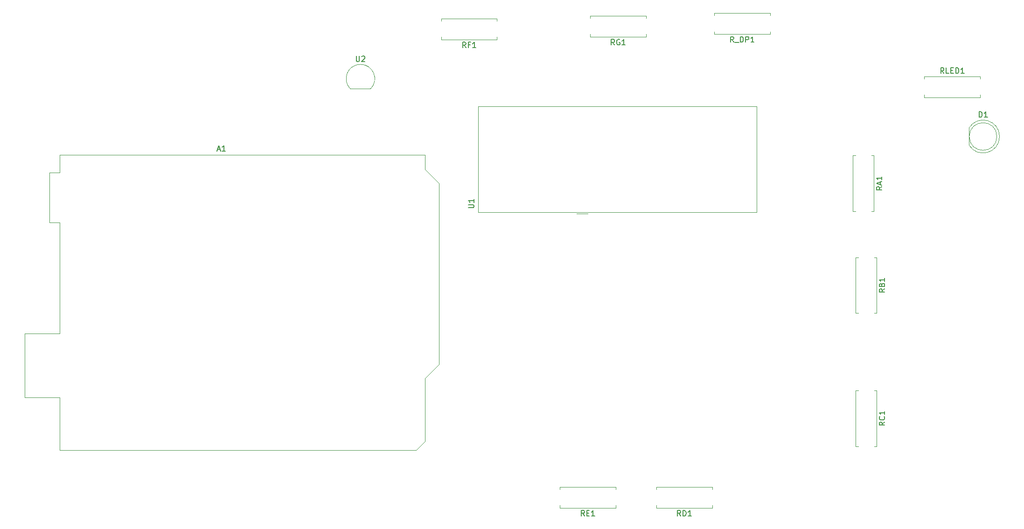
<source format=gbr>
%TF.GenerationSoftware,KiCad,Pcbnew,9.0.4*%
%TF.CreationDate,2025-12-30T13:48:10+01:00*%
%TF.ProjectId,Capteur_temperature,43617074-6575-4725-9f74-656d70657261,rev?*%
%TF.SameCoordinates,Original*%
%TF.FileFunction,Legend,Top*%
%TF.FilePolarity,Positive*%
%FSLAX46Y46*%
G04 Gerber Fmt 4.6, Leading zero omitted, Abs format (unit mm)*
G04 Created by KiCad (PCBNEW 9.0.4) date 2025-12-30 13:48:10*
%MOMM*%
%LPD*%
G01*
G04 APERTURE LIST*
%ADD10C,0.150000*%
%ADD11C,0.120000*%
G04 APERTURE END LIST*
D10*
X140880952Y-132874819D02*
X140547619Y-132398628D01*
X140309524Y-132874819D02*
X140309524Y-131874819D01*
X140309524Y-131874819D02*
X140690476Y-131874819D01*
X140690476Y-131874819D02*
X140785714Y-131922438D01*
X140785714Y-131922438D02*
X140833333Y-131970057D01*
X140833333Y-131970057D02*
X140880952Y-132065295D01*
X140880952Y-132065295D02*
X140880952Y-132208152D01*
X140880952Y-132208152D02*
X140833333Y-132303390D01*
X140833333Y-132303390D02*
X140785714Y-132351009D01*
X140785714Y-132351009D02*
X140690476Y-132398628D01*
X140690476Y-132398628D02*
X140309524Y-132398628D01*
X141309524Y-132351009D02*
X141642857Y-132351009D01*
X141785714Y-132874819D02*
X141309524Y-132874819D01*
X141309524Y-132874819D02*
X141309524Y-131874819D01*
X141309524Y-131874819D02*
X141785714Y-131874819D01*
X142738095Y-132874819D02*
X142166667Y-132874819D01*
X142452381Y-132874819D02*
X142452381Y-131874819D01*
X142452381Y-131874819D02*
X142357143Y-132017676D01*
X142357143Y-132017676D02*
X142261905Y-132112914D01*
X142261905Y-132112914D02*
X142166667Y-132160533D01*
X195374819Y-115816666D02*
X194898628Y-116149999D01*
X195374819Y-116388094D02*
X194374819Y-116388094D01*
X194374819Y-116388094D02*
X194374819Y-116007142D01*
X194374819Y-116007142D02*
X194422438Y-115911904D01*
X194422438Y-115911904D02*
X194470057Y-115864285D01*
X194470057Y-115864285D02*
X194565295Y-115816666D01*
X194565295Y-115816666D02*
X194708152Y-115816666D01*
X194708152Y-115816666D02*
X194803390Y-115864285D01*
X194803390Y-115864285D02*
X194851009Y-115911904D01*
X194851009Y-115911904D02*
X194898628Y-116007142D01*
X194898628Y-116007142D02*
X194898628Y-116388094D01*
X195279580Y-114816666D02*
X195327200Y-114864285D01*
X195327200Y-114864285D02*
X195374819Y-115007142D01*
X195374819Y-115007142D02*
X195374819Y-115102380D01*
X195374819Y-115102380D02*
X195327200Y-115245237D01*
X195327200Y-115245237D02*
X195231961Y-115340475D01*
X195231961Y-115340475D02*
X195136723Y-115388094D01*
X195136723Y-115388094D02*
X194946247Y-115435713D01*
X194946247Y-115435713D02*
X194803390Y-115435713D01*
X194803390Y-115435713D02*
X194612914Y-115388094D01*
X194612914Y-115388094D02*
X194517676Y-115340475D01*
X194517676Y-115340475D02*
X194422438Y-115245237D01*
X194422438Y-115245237D02*
X194374819Y-115102380D01*
X194374819Y-115102380D02*
X194374819Y-115007142D01*
X194374819Y-115007142D02*
X194422438Y-114864285D01*
X194422438Y-114864285D02*
X194470057Y-114816666D01*
X195374819Y-113864285D02*
X195374819Y-114435713D01*
X195374819Y-114149999D02*
X194374819Y-114149999D01*
X194374819Y-114149999D02*
X194517676Y-114245237D01*
X194517676Y-114245237D02*
X194612914Y-114340475D01*
X194612914Y-114340475D02*
X194660533Y-114435713D01*
X99468095Y-49394819D02*
X99468095Y-50204342D01*
X99468095Y-50204342D02*
X99515714Y-50299580D01*
X99515714Y-50299580D02*
X99563333Y-50347200D01*
X99563333Y-50347200D02*
X99658571Y-50394819D01*
X99658571Y-50394819D02*
X99849047Y-50394819D01*
X99849047Y-50394819D02*
X99944285Y-50347200D01*
X99944285Y-50347200D02*
X99991904Y-50299580D01*
X99991904Y-50299580D02*
X100039523Y-50204342D01*
X100039523Y-50204342D02*
X100039523Y-49394819D01*
X100468095Y-49490057D02*
X100515714Y-49442438D01*
X100515714Y-49442438D02*
X100610952Y-49394819D01*
X100610952Y-49394819D02*
X100849047Y-49394819D01*
X100849047Y-49394819D02*
X100944285Y-49442438D01*
X100944285Y-49442438D02*
X100991904Y-49490057D01*
X100991904Y-49490057D02*
X101039523Y-49585295D01*
X101039523Y-49585295D02*
X101039523Y-49680533D01*
X101039523Y-49680533D02*
X100991904Y-49823390D01*
X100991904Y-49823390D02*
X100420476Y-50394819D01*
X100420476Y-50394819D02*
X101039523Y-50394819D01*
X206126190Y-52534819D02*
X205792857Y-52058628D01*
X205554762Y-52534819D02*
X205554762Y-51534819D01*
X205554762Y-51534819D02*
X205935714Y-51534819D01*
X205935714Y-51534819D02*
X206030952Y-51582438D01*
X206030952Y-51582438D02*
X206078571Y-51630057D01*
X206078571Y-51630057D02*
X206126190Y-51725295D01*
X206126190Y-51725295D02*
X206126190Y-51868152D01*
X206126190Y-51868152D02*
X206078571Y-51963390D01*
X206078571Y-51963390D02*
X206030952Y-52011009D01*
X206030952Y-52011009D02*
X205935714Y-52058628D01*
X205935714Y-52058628D02*
X205554762Y-52058628D01*
X207030952Y-52534819D02*
X206554762Y-52534819D01*
X206554762Y-52534819D02*
X206554762Y-51534819D01*
X207364286Y-52011009D02*
X207697619Y-52011009D01*
X207840476Y-52534819D02*
X207364286Y-52534819D01*
X207364286Y-52534819D02*
X207364286Y-51534819D01*
X207364286Y-51534819D02*
X207840476Y-51534819D01*
X208269048Y-52534819D02*
X208269048Y-51534819D01*
X208269048Y-51534819D02*
X208507143Y-51534819D01*
X208507143Y-51534819D02*
X208650000Y-51582438D01*
X208650000Y-51582438D02*
X208745238Y-51677676D01*
X208745238Y-51677676D02*
X208792857Y-51772914D01*
X208792857Y-51772914D02*
X208840476Y-51963390D01*
X208840476Y-51963390D02*
X208840476Y-52106247D01*
X208840476Y-52106247D02*
X208792857Y-52296723D01*
X208792857Y-52296723D02*
X208745238Y-52391961D01*
X208745238Y-52391961D02*
X208650000Y-52487200D01*
X208650000Y-52487200D02*
X208507143Y-52534819D01*
X208507143Y-52534819D02*
X208269048Y-52534819D01*
X209792857Y-52534819D02*
X209221429Y-52534819D01*
X209507143Y-52534819D02*
X209507143Y-51534819D01*
X209507143Y-51534819D02*
X209411905Y-51677676D01*
X209411905Y-51677676D02*
X209316667Y-51772914D01*
X209316667Y-51772914D02*
X209221429Y-51820533D01*
X212491905Y-60494819D02*
X212491905Y-59494819D01*
X212491905Y-59494819D02*
X212730000Y-59494819D01*
X212730000Y-59494819D02*
X212872857Y-59542438D01*
X212872857Y-59542438D02*
X212968095Y-59637676D01*
X212968095Y-59637676D02*
X213015714Y-59732914D01*
X213015714Y-59732914D02*
X213063333Y-59923390D01*
X213063333Y-59923390D02*
X213063333Y-60066247D01*
X213063333Y-60066247D02*
X213015714Y-60256723D01*
X213015714Y-60256723D02*
X212968095Y-60351961D01*
X212968095Y-60351961D02*
X212872857Y-60447200D01*
X212872857Y-60447200D02*
X212730000Y-60494819D01*
X212730000Y-60494819D02*
X212491905Y-60494819D01*
X214015714Y-60494819D02*
X213444286Y-60494819D01*
X213730000Y-60494819D02*
X213730000Y-59494819D01*
X213730000Y-59494819D02*
X213634762Y-59637676D01*
X213634762Y-59637676D02*
X213539524Y-59732914D01*
X213539524Y-59732914D02*
X213444286Y-59780533D01*
X119354761Y-47874819D02*
X119021428Y-47398628D01*
X118783333Y-47874819D02*
X118783333Y-46874819D01*
X118783333Y-46874819D02*
X119164285Y-46874819D01*
X119164285Y-46874819D02*
X119259523Y-46922438D01*
X119259523Y-46922438D02*
X119307142Y-46970057D01*
X119307142Y-46970057D02*
X119354761Y-47065295D01*
X119354761Y-47065295D02*
X119354761Y-47208152D01*
X119354761Y-47208152D02*
X119307142Y-47303390D01*
X119307142Y-47303390D02*
X119259523Y-47351009D01*
X119259523Y-47351009D02*
X119164285Y-47398628D01*
X119164285Y-47398628D02*
X118783333Y-47398628D01*
X120116666Y-47351009D02*
X119783333Y-47351009D01*
X119783333Y-47874819D02*
X119783333Y-46874819D01*
X119783333Y-46874819D02*
X120259523Y-46874819D01*
X121164285Y-47874819D02*
X120592857Y-47874819D01*
X120878571Y-47874819D02*
X120878571Y-46874819D01*
X120878571Y-46874819D02*
X120783333Y-47017676D01*
X120783333Y-47017676D02*
X120688095Y-47112914D01*
X120688095Y-47112914D02*
X120592857Y-47160533D01*
X146333333Y-47374819D02*
X146000000Y-46898628D01*
X145761905Y-47374819D02*
X145761905Y-46374819D01*
X145761905Y-46374819D02*
X146142857Y-46374819D01*
X146142857Y-46374819D02*
X146238095Y-46422438D01*
X146238095Y-46422438D02*
X146285714Y-46470057D01*
X146285714Y-46470057D02*
X146333333Y-46565295D01*
X146333333Y-46565295D02*
X146333333Y-46708152D01*
X146333333Y-46708152D02*
X146285714Y-46803390D01*
X146285714Y-46803390D02*
X146238095Y-46851009D01*
X146238095Y-46851009D02*
X146142857Y-46898628D01*
X146142857Y-46898628D02*
X145761905Y-46898628D01*
X147285714Y-46422438D02*
X147190476Y-46374819D01*
X147190476Y-46374819D02*
X147047619Y-46374819D01*
X147047619Y-46374819D02*
X146904762Y-46422438D01*
X146904762Y-46422438D02*
X146809524Y-46517676D01*
X146809524Y-46517676D02*
X146761905Y-46612914D01*
X146761905Y-46612914D02*
X146714286Y-46803390D01*
X146714286Y-46803390D02*
X146714286Y-46946247D01*
X146714286Y-46946247D02*
X146761905Y-47136723D01*
X146761905Y-47136723D02*
X146809524Y-47231961D01*
X146809524Y-47231961D02*
X146904762Y-47327200D01*
X146904762Y-47327200D02*
X147047619Y-47374819D01*
X147047619Y-47374819D02*
X147142857Y-47374819D01*
X147142857Y-47374819D02*
X147285714Y-47327200D01*
X147285714Y-47327200D02*
X147333333Y-47279580D01*
X147333333Y-47279580D02*
X147333333Y-46946247D01*
X147333333Y-46946247D02*
X147142857Y-46946247D01*
X148285714Y-47374819D02*
X147714286Y-47374819D01*
X148000000Y-47374819D02*
X148000000Y-46374819D01*
X148000000Y-46374819D02*
X147904762Y-46517676D01*
X147904762Y-46517676D02*
X147809524Y-46612914D01*
X147809524Y-46612914D02*
X147714286Y-46660533D01*
X74275714Y-66359104D02*
X74751904Y-66359104D01*
X74180476Y-66644819D02*
X74513809Y-65644819D01*
X74513809Y-65644819D02*
X74847142Y-66644819D01*
X75704285Y-66644819D02*
X75132857Y-66644819D01*
X75418571Y-66644819D02*
X75418571Y-65644819D01*
X75418571Y-65644819D02*
X75323333Y-65787676D01*
X75323333Y-65787676D02*
X75228095Y-65882914D01*
X75228095Y-65882914D02*
X75132857Y-65930533D01*
X119804819Y-76941904D02*
X120614342Y-76941904D01*
X120614342Y-76941904D02*
X120709580Y-76894285D01*
X120709580Y-76894285D02*
X120757200Y-76846666D01*
X120757200Y-76846666D02*
X120804819Y-76751428D01*
X120804819Y-76751428D02*
X120804819Y-76560952D01*
X120804819Y-76560952D02*
X120757200Y-76465714D01*
X120757200Y-76465714D02*
X120709580Y-76418095D01*
X120709580Y-76418095D02*
X120614342Y-76370476D01*
X120614342Y-76370476D02*
X119804819Y-76370476D01*
X120804819Y-75370476D02*
X120804819Y-75941904D01*
X120804819Y-75656190D02*
X119804819Y-75656190D01*
X119804819Y-75656190D02*
X119947676Y-75751428D01*
X119947676Y-75751428D02*
X120042914Y-75846666D01*
X120042914Y-75846666D02*
X120090533Y-75941904D01*
X158333333Y-132874819D02*
X158000000Y-132398628D01*
X157761905Y-132874819D02*
X157761905Y-131874819D01*
X157761905Y-131874819D02*
X158142857Y-131874819D01*
X158142857Y-131874819D02*
X158238095Y-131922438D01*
X158238095Y-131922438D02*
X158285714Y-131970057D01*
X158285714Y-131970057D02*
X158333333Y-132065295D01*
X158333333Y-132065295D02*
X158333333Y-132208152D01*
X158333333Y-132208152D02*
X158285714Y-132303390D01*
X158285714Y-132303390D02*
X158238095Y-132351009D01*
X158238095Y-132351009D02*
X158142857Y-132398628D01*
X158142857Y-132398628D02*
X157761905Y-132398628D01*
X158761905Y-132874819D02*
X158761905Y-131874819D01*
X158761905Y-131874819D02*
X159000000Y-131874819D01*
X159000000Y-131874819D02*
X159142857Y-131922438D01*
X159142857Y-131922438D02*
X159238095Y-132017676D01*
X159238095Y-132017676D02*
X159285714Y-132112914D01*
X159285714Y-132112914D02*
X159333333Y-132303390D01*
X159333333Y-132303390D02*
X159333333Y-132446247D01*
X159333333Y-132446247D02*
X159285714Y-132636723D01*
X159285714Y-132636723D02*
X159238095Y-132731961D01*
X159238095Y-132731961D02*
X159142857Y-132827200D01*
X159142857Y-132827200D02*
X159000000Y-132874819D01*
X159000000Y-132874819D02*
X158761905Y-132874819D01*
X160285714Y-132874819D02*
X159714286Y-132874819D01*
X160000000Y-132874819D02*
X160000000Y-131874819D01*
X160000000Y-131874819D02*
X159904762Y-132017676D01*
X159904762Y-132017676D02*
X159809524Y-132112914D01*
X159809524Y-132112914D02*
X159714286Y-132160533D01*
X195374819Y-91666666D02*
X194898628Y-91999999D01*
X195374819Y-92238094D02*
X194374819Y-92238094D01*
X194374819Y-92238094D02*
X194374819Y-91857142D01*
X194374819Y-91857142D02*
X194422438Y-91761904D01*
X194422438Y-91761904D02*
X194470057Y-91714285D01*
X194470057Y-91714285D02*
X194565295Y-91666666D01*
X194565295Y-91666666D02*
X194708152Y-91666666D01*
X194708152Y-91666666D02*
X194803390Y-91714285D01*
X194803390Y-91714285D02*
X194851009Y-91761904D01*
X194851009Y-91761904D02*
X194898628Y-91857142D01*
X194898628Y-91857142D02*
X194898628Y-92238094D01*
X194851009Y-90904761D02*
X194898628Y-90761904D01*
X194898628Y-90761904D02*
X194946247Y-90714285D01*
X194946247Y-90714285D02*
X195041485Y-90666666D01*
X195041485Y-90666666D02*
X195184342Y-90666666D01*
X195184342Y-90666666D02*
X195279580Y-90714285D01*
X195279580Y-90714285D02*
X195327200Y-90761904D01*
X195327200Y-90761904D02*
X195374819Y-90857142D01*
X195374819Y-90857142D02*
X195374819Y-91238094D01*
X195374819Y-91238094D02*
X194374819Y-91238094D01*
X194374819Y-91238094D02*
X194374819Y-90904761D01*
X194374819Y-90904761D02*
X194422438Y-90809523D01*
X194422438Y-90809523D02*
X194470057Y-90761904D01*
X194470057Y-90761904D02*
X194565295Y-90714285D01*
X194565295Y-90714285D02*
X194660533Y-90714285D01*
X194660533Y-90714285D02*
X194755771Y-90761904D01*
X194755771Y-90761904D02*
X194803390Y-90809523D01*
X194803390Y-90809523D02*
X194851009Y-90904761D01*
X194851009Y-90904761D02*
X194851009Y-91238094D01*
X195374819Y-89714285D02*
X195374819Y-90285713D01*
X195374819Y-89999999D02*
X194374819Y-89999999D01*
X194374819Y-89999999D02*
X194517676Y-90095237D01*
X194517676Y-90095237D02*
X194612914Y-90190475D01*
X194612914Y-90190475D02*
X194660533Y-90285713D01*
X194874819Y-73095238D02*
X194398628Y-73428571D01*
X194874819Y-73666666D02*
X193874819Y-73666666D01*
X193874819Y-73666666D02*
X193874819Y-73285714D01*
X193874819Y-73285714D02*
X193922438Y-73190476D01*
X193922438Y-73190476D02*
X193970057Y-73142857D01*
X193970057Y-73142857D02*
X194065295Y-73095238D01*
X194065295Y-73095238D02*
X194208152Y-73095238D01*
X194208152Y-73095238D02*
X194303390Y-73142857D01*
X194303390Y-73142857D02*
X194351009Y-73190476D01*
X194351009Y-73190476D02*
X194398628Y-73285714D01*
X194398628Y-73285714D02*
X194398628Y-73666666D01*
X194589104Y-72714285D02*
X194589104Y-72238095D01*
X194874819Y-72809523D02*
X193874819Y-72476190D01*
X193874819Y-72476190D02*
X194874819Y-72142857D01*
X194874819Y-71285714D02*
X194874819Y-71857142D01*
X194874819Y-71571428D02*
X193874819Y-71571428D01*
X193874819Y-71571428D02*
X194017676Y-71666666D01*
X194017676Y-71666666D02*
X194112914Y-71761904D01*
X194112914Y-71761904D02*
X194160533Y-71857142D01*
X167952380Y-46874819D02*
X167619047Y-46398628D01*
X167380952Y-46874819D02*
X167380952Y-45874819D01*
X167380952Y-45874819D02*
X167761904Y-45874819D01*
X167761904Y-45874819D02*
X167857142Y-45922438D01*
X167857142Y-45922438D02*
X167904761Y-45970057D01*
X167904761Y-45970057D02*
X167952380Y-46065295D01*
X167952380Y-46065295D02*
X167952380Y-46208152D01*
X167952380Y-46208152D02*
X167904761Y-46303390D01*
X167904761Y-46303390D02*
X167857142Y-46351009D01*
X167857142Y-46351009D02*
X167761904Y-46398628D01*
X167761904Y-46398628D02*
X167380952Y-46398628D01*
X168142857Y-46970057D02*
X168904761Y-46970057D01*
X169142857Y-46874819D02*
X169142857Y-45874819D01*
X169142857Y-45874819D02*
X169380952Y-45874819D01*
X169380952Y-45874819D02*
X169523809Y-45922438D01*
X169523809Y-45922438D02*
X169619047Y-46017676D01*
X169619047Y-46017676D02*
X169666666Y-46112914D01*
X169666666Y-46112914D02*
X169714285Y-46303390D01*
X169714285Y-46303390D02*
X169714285Y-46446247D01*
X169714285Y-46446247D02*
X169666666Y-46636723D01*
X169666666Y-46636723D02*
X169619047Y-46731961D01*
X169619047Y-46731961D02*
X169523809Y-46827200D01*
X169523809Y-46827200D02*
X169380952Y-46874819D01*
X169380952Y-46874819D02*
X169142857Y-46874819D01*
X170142857Y-46874819D02*
X170142857Y-45874819D01*
X170142857Y-45874819D02*
X170523809Y-45874819D01*
X170523809Y-45874819D02*
X170619047Y-45922438D01*
X170619047Y-45922438D02*
X170666666Y-45970057D01*
X170666666Y-45970057D02*
X170714285Y-46065295D01*
X170714285Y-46065295D02*
X170714285Y-46208152D01*
X170714285Y-46208152D02*
X170666666Y-46303390D01*
X170666666Y-46303390D02*
X170619047Y-46351009D01*
X170619047Y-46351009D02*
X170523809Y-46398628D01*
X170523809Y-46398628D02*
X170142857Y-46398628D01*
X171666666Y-46874819D02*
X171095238Y-46874819D01*
X171380952Y-46874819D02*
X171380952Y-45874819D01*
X171380952Y-45874819D02*
X171285714Y-46017676D01*
X171285714Y-46017676D02*
X171190476Y-46112914D01*
X171190476Y-46112914D02*
X171095238Y-46160533D01*
D11*
%TO.C,RE1*%
X136430000Y-127580000D02*
X136430000Y-128060000D01*
X136430000Y-131420000D02*
X136430000Y-130940000D01*
X146570000Y-127580000D02*
X136430000Y-127580000D01*
X146570000Y-128060000D02*
X146570000Y-127580000D01*
X146570000Y-130940000D02*
X146570000Y-131420000D01*
X146570000Y-131420000D02*
X136430000Y-131420000D01*
%TO.C,RC1*%
X190080000Y-110080000D02*
X190080000Y-120220000D01*
X190080000Y-120220000D02*
X190560000Y-120220000D01*
X190560000Y-110080000D02*
X190080000Y-110080000D01*
X193440000Y-110080000D02*
X193920000Y-110080000D01*
X193920000Y-110080000D02*
X193920000Y-120220000D01*
X193920000Y-120220000D02*
X193440000Y-120220000D01*
%TO.C,U2*%
X98430000Y-55350000D02*
X102030000Y-55350000D01*
X98391522Y-55338478D02*
G75*
G02*
X100230000Y-50899999I1838478J1838478D01*
G01*
X100230000Y-50900000D02*
G75*
G02*
X102068478Y-55338478I0J-2600000D01*
G01*
%TO.C,RLED1*%
X202580000Y-53080000D02*
X212720000Y-53080000D01*
X202580000Y-53560000D02*
X202580000Y-53080000D01*
X202580000Y-56440000D02*
X202580000Y-56920000D01*
X202580000Y-56920000D02*
X212720000Y-56920000D01*
X212720000Y-53080000D02*
X212720000Y-53560000D01*
X212720000Y-56920000D02*
X212720000Y-56440000D01*
%TO.C,D1*%
X210670000Y-62455000D02*
X210670000Y-65545000D01*
X210670000Y-62455170D02*
G75*
G02*
X216220000Y-64000000I2560000J-1544830D01*
G01*
X216220000Y-64000000D02*
G75*
G02*
X210670000Y-65544830I-2990000J0D01*
G01*
X215730000Y-64000000D02*
G75*
G02*
X210730000Y-64000000I-2500000J0D01*
G01*
X210730000Y-64000000D02*
G75*
G02*
X215730000Y-64000000I2500000J0D01*
G01*
%TO.C,RF1*%
X114880000Y-42580000D02*
X114880000Y-43060000D01*
X114880000Y-46420000D02*
X114880000Y-45940000D01*
X125020000Y-42580000D02*
X114880000Y-42580000D01*
X125020000Y-43060000D02*
X125020000Y-42580000D01*
X125020000Y-45940000D02*
X125020000Y-46420000D01*
X125020000Y-46420000D02*
X114880000Y-46420000D01*
%TO.C,RG1*%
X141930000Y-42080000D02*
X141930000Y-42560000D01*
X141930000Y-45920000D02*
X141930000Y-45440000D01*
X152070000Y-42080000D02*
X141930000Y-42080000D01*
X152070000Y-42560000D02*
X152070000Y-42080000D01*
X152070000Y-45440000D02*
X152070000Y-45920000D01*
X152070000Y-45920000D02*
X141930000Y-45920000D01*
%TO.C,A1*%
X39300000Y-99720000D02*
X39300000Y-111400000D01*
X39300000Y-111400000D02*
X45650000Y-111400000D01*
X43750000Y-70510000D02*
X43750000Y-79650000D01*
X43750000Y-79650000D02*
X45650000Y-79650000D01*
X45650000Y-67330000D02*
X45650000Y-70510000D01*
X45650000Y-70510000D02*
X43750000Y-70510000D01*
X45650000Y-79650000D02*
X45650000Y-99720000D01*
X45650000Y-99720000D02*
X39300000Y-99720000D01*
X45650000Y-111400000D02*
X45650000Y-120930000D01*
X45650000Y-120930000D02*
X110300000Y-120930000D01*
X110300000Y-120930000D02*
X111950000Y-119280000D01*
X111950000Y-67330000D02*
X45650000Y-67330000D01*
X111950000Y-70000000D02*
X111950000Y-67330000D01*
X111950000Y-107850000D02*
X114490000Y-105310000D01*
X111950000Y-119280000D02*
X111950000Y-107850000D01*
X114490000Y-72540000D02*
X111950000Y-70000000D01*
X114490000Y-105310000D02*
X114490000Y-72540000D01*
%TO.C,U1*%
X121580000Y-77740000D02*
X121580000Y-58500000D01*
X121580000Y-77740000D02*
X172120000Y-77740000D01*
X139500000Y-77990000D02*
X141500000Y-77990000D01*
X172120000Y-58500000D02*
X121580000Y-58500000D01*
X172120000Y-77740000D02*
X172120000Y-58500000D01*
%TO.C,RD1*%
X153930000Y-127580000D02*
X153930000Y-128060000D01*
X153930000Y-131420000D02*
X153930000Y-130940000D01*
X164070000Y-127580000D02*
X153930000Y-127580000D01*
X164070000Y-128060000D02*
X164070000Y-127580000D01*
X164070000Y-130940000D02*
X164070000Y-131420000D01*
X164070000Y-131420000D02*
X153930000Y-131420000D01*
%TO.C,RB1*%
X190080000Y-85930000D02*
X190080000Y-96070000D01*
X190080000Y-96070000D02*
X190560000Y-96070000D01*
X190560000Y-85930000D02*
X190080000Y-85930000D01*
X193440000Y-85930000D02*
X193920000Y-85930000D01*
X193920000Y-85930000D02*
X193920000Y-96070000D01*
X193920000Y-96070000D02*
X193440000Y-96070000D01*
%TO.C,RA1*%
X189580000Y-67430000D02*
X189580000Y-77570000D01*
X189580000Y-77570000D02*
X190060000Y-77570000D01*
X190060000Y-67430000D02*
X189580000Y-67430000D01*
X192940000Y-67430000D02*
X193420000Y-67430000D01*
X193420000Y-67430000D02*
X193420000Y-77570000D01*
X193420000Y-77570000D02*
X192940000Y-77570000D01*
%TO.C,R_DP1*%
X164430000Y-41580000D02*
X164430000Y-42060000D01*
X164430000Y-45420000D02*
X164430000Y-44940000D01*
X174570000Y-41580000D02*
X164430000Y-41580000D01*
X174570000Y-42060000D02*
X174570000Y-41580000D01*
X174570000Y-44940000D02*
X174570000Y-45420000D01*
X174570000Y-45420000D02*
X164430000Y-45420000D01*
%TD*%
M02*

</source>
